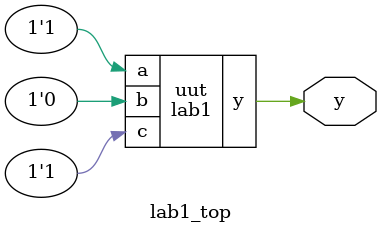
<source format=v>
module lab1(a, b, c, y);
  input a, b, c;
  output y;
  
  assign y = (a & ~b) | (a & ~c);
  
endmodule 

module lab1_top(
  output y
);
  lab1 uut(1, 0, 1, y);
endmodule
</source>
